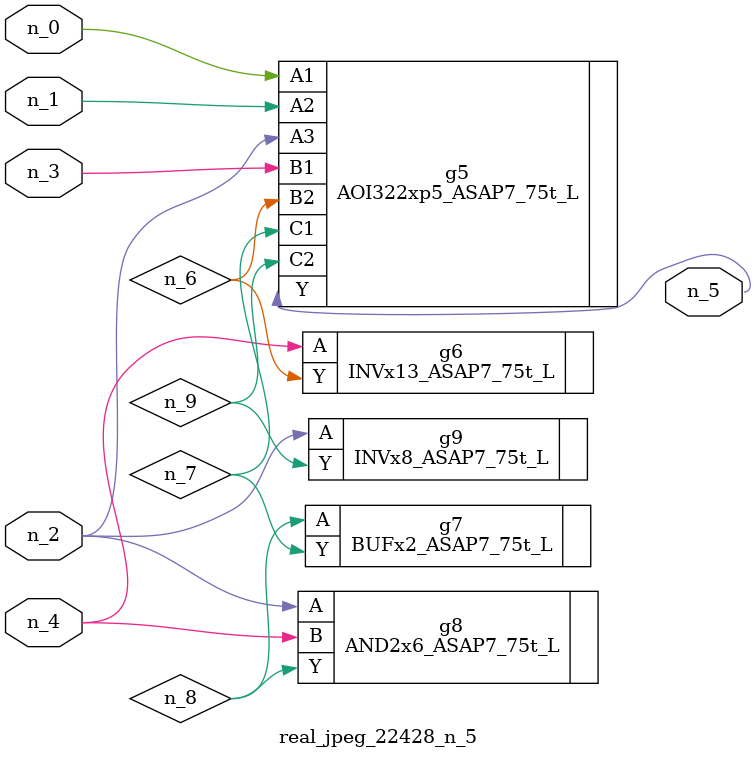
<source format=v>
module real_jpeg_22428_n_5 (n_4, n_0, n_1, n_2, n_3, n_5);

input n_4;
input n_0;
input n_1;
input n_2;
input n_3;

output n_5;

wire n_8;
wire n_6;
wire n_7;
wire n_9;

AOI322xp5_ASAP7_75t_L g5 ( 
.A1(n_0),
.A2(n_1),
.A3(n_2),
.B1(n_3),
.B2(n_6),
.C1(n_7),
.C2(n_9),
.Y(n_5)
);

AND2x6_ASAP7_75t_L g8 ( 
.A(n_2),
.B(n_4),
.Y(n_8)
);

INVx8_ASAP7_75t_L g9 ( 
.A(n_2),
.Y(n_9)
);

INVx13_ASAP7_75t_L g6 ( 
.A(n_4),
.Y(n_6)
);

BUFx2_ASAP7_75t_L g7 ( 
.A(n_8),
.Y(n_7)
);


endmodule
</source>
